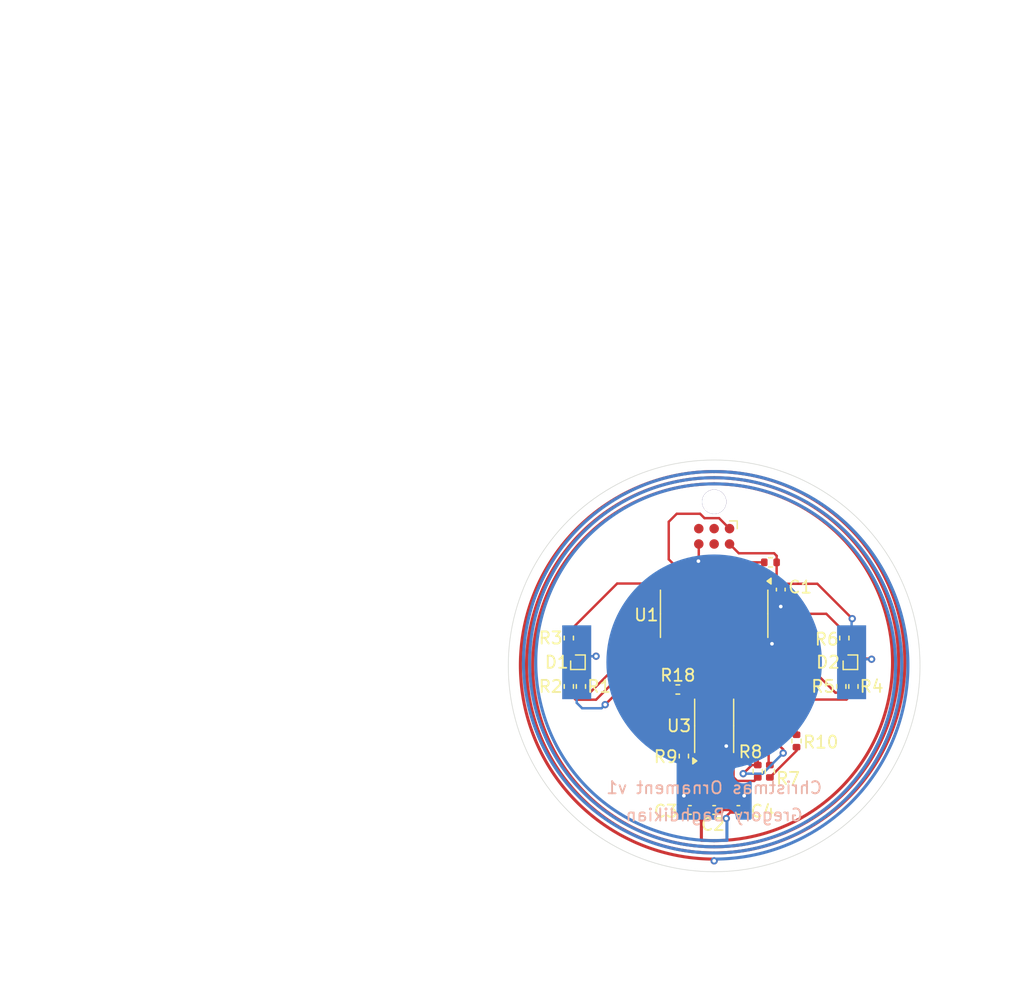
<source format=kicad_pcb>
(kicad_pcb (version 20240108) (generator "pcbnew") (generator_version "8.0")
  (layers (0 "F.Cu" signal) (31 "B.Cu" signal) (34 "B.Paste" user) (35 "F.Paste" user) (36 "B.SilkS" user "B.Silkscreen") (37 "F.SilkS" user "F.Silkscreen") (38 "B.Mask" user) (39 "F.Mask" user) (44 "Edge.Cuts" user))
  (net 0 "")
  (net 1 "Net-(U3-AC1)")
  (net 2 "Net-(U3-AC0)")
  (net 3 "+BATT")
  (net 4 "GND")
  (net 5 "Net-(D1-BK)")
  (net 6 "Net-(D1-RK)")
  (net 7 "Net-(D1-GK)")
  (net 8 "Net-(D2-BK)")
  (net 9 "Net-(D2-RK)")
  (net 10 "Net-(D2-GK)")
  (net 11 "Net-(U1-PB2)")
  (net 12 "Net-(U1-PB1)")
  (net 13 "Net-(U1-PB0)")
  (net 14 "Net-(U1-PA3)")
  (net 15 "Net-(U1-PA4)")
  (net 16 "Net-(U1-PA5)")
  (net 17 "/I2C_SDA")
  (net 18 "Net-(R10-Pad2)")
  (net 19 "/I2C_SCL")
  (net 20 "/V_EH")
  (net 21 "/MCU_I2C_PU")
  (net 22 "/NFC_INT")
  (net 23 "Net-(U3-VCC)")
  (net 27 "/UPDI")
  (footprint "Package_SO:SOIC-14_3.9x8.7mm_P1.27mm" (layer "F.Cu") (at 100 96 -90)
    (property "Reference" "U1" (at 0.1 5.6 180) (layer "F.SilkS"))
    (property "Value" "ATtiny404-SS")
    (fp_line (start 0 4.435) (end -1.95 4.435) (stroke (width 0.12)) (layer "F.SilkS"))
    (fp_line (start 0 4.435) (end 1.95 4.435) (stroke (width 0.12)) (layer "F.SilkS"))
    (fp_line (start 0 -4.435) (end -1.95 -4.435) (stroke (width 0.12)) (layer "F.SilkS"))
    (fp_line (start 0 -4.435) (end 1.95 -4.435) (stroke (width 0.12)) (layer "F.SilkS"))
    (fp_poly (pts (xy -2.7 -4.37) (xy -2.94 -4.7) (xy -2.46 -4.7) (xy -2.7 -4.37)) (stroke (width 0.12)) (fill solid) (layer "F.SilkS"))
    (pad "1" smd roundrect (at -2.475 -3.81 270) (size 1.95 0.6) (layers "F.Cu" "F.Paste" "F.Mask") (net 3 "+BATT"))
    (pad "2" smd roundrect (at -2.475 -2.54 270) (size 1.95 0.6) (layers "F.Cu" "F.Paste" "F.Mask") (net 15 "Net-(U1-PA4)"))
    (pad "3" smd roundrect (at -2.475 -1.27 270) (size 1.95 0.6) (layers "F.Cu" "F.Paste" "F.Mask") (net 16 "Net-(U1-PA5)"))
    (pad "4" smd roundrect (at -2.475 0 270) (size 1.95 0.6) (layers "F.Cu" "F.Paste" "F.Mask") (net 21 "/MCU_I2C_PU"))
    (pad "5" smd roundrect (at -2.475 1.27 270) (size 1.95 0.6) (layers "F.Cu" "F.Paste" "F.Mask") (net 22 "/NFC_INT"))
    (pad "6" smd roundrect (at -2.475 2.54 270) (size 1.95 0.6) (layers "F.Cu" "F.Paste" "F.Mask"))
    (pad "7" smd roundrect (at -2.475 3.81 270) (size 1.95 0.6) (layers "F.Cu" "F.Paste" "F.Mask") (net 11 "Net-(U1-PB2)"))
    (pad "8" smd roundrect (at 2.475 3.81 270) (size 1.95 0.6) (layers "F.Cu" "F.Paste" "F.Mask") (net 12 "Net-(U1-PB1)"))
    (pad "9" smd roundrect (at 2.475 2.54 270) (size 1.95 0.6) (layers "F.Cu" "F.Paste" "F.Mask") (net 13 "Net-(U1-PB0)"))
    (pad "10" smd roundrect (at 2.475 1.27 270) (size 1.95 0.6) (layers "F.Cu" "F.Paste" "F.Mask") (net 27 "/UPDI"))
    (pad "11" smd roundrect (at 2.475 0 270) (size 1.95 0.6) (layers "F.Cu" "F.Paste" "F.Mask") (net 17 "/I2C_SDA"))
    (pad "12" smd roundrect (at 2.475 -1.27 270) (size 1.95 0.6) (layers "F.Cu" "F.Paste" "F.Mask") (net 19 "/I2C_SCL"))
    (pad "13" smd roundrect (at 2.475 -2.54 270) (size 1.95 0.6) (layers "F.Cu" "F.Paste" "F.Mask") (net 14 "Net-(U1-PA3)"))
    (pad "14" smd roundrect (at 2.475 -3.81 270) (size 1.95 0.6) (layers "F.Cu" "F.Paste" "F.Mask") (net 4 "GND"))
  )
  (footprint "Resistor_SMD:R_0402_1005Metric" (layer "F.Cu") (at 97 102.25)
    (property "Reference" "R18" (at 0 -1.17 0) (layer "F.SilkS"))
    (property "Value" "0")
    (fp_line (start -0.153641 -0.38) (end 0.153641 -0.38) (stroke (width 0.12)) (layer "F.SilkS"))
    (fp_line (start -0.153641 0.38) (end 0.153641 0.38) (stroke (width 0.12)) (layer "F.SilkS"))
    (pad "1" smd roundrect (at -0.51 0) (size 0.54 0.64) (layers "F.Cu" "F.Paste" "F.Mask") (net 3 "+BATT"))
    (pad "2" smd roundrect (at 0.51 0) (size 0.54 0.64) (layers "F.Cu" "F.Paste" "F.Mask") (net 23 "Net-(U3-VCC)"))
  )
  (footprint "Resistor_SMD:R_0402_1005Metric" (layer "F.Cu") (at 110.75 98 90)
    (property "Reference" "R6" (at -0.1 -1.45 180) (layer "F.SilkS"))
    (property "Value" "100")
    (fp_line (start -0.153641 -0.38) (end 0.153641 -0.38) (stroke (width 0.12)) (layer "F.SilkS"))
    (fp_line (start -0.153641 0.38) (end 0.153641 0.38) (stroke (width 0.12)) (layer "F.SilkS"))
    (pad "1" smd roundrect (at -0.51 0 90) (size 0.54 0.64) (layers "F.Cu" "F.Paste" "F.Mask") (net 8 "Net-(D2-BK)"))
    (pad "2" smd roundrect (at 0.51 0 90) (size 0.54 0.64) (layers "F.Cu" "F.Paste" "F.Mask") (net 15 "Net-(U1-PA4)"))
  )
  (footprint "christmas_ornament:UHD1110-FKA-CL1A13R3Q1BBQFMF3" (layer "F.Cu") (at 111.25 100)
    (property "Reference" "D2" (at -1.85 0 0) (layer "F.SilkS"))
    (property "Value" "UHD1110-FKA-CL1A13R3Q1BBQFMF3")
    (fp_line (start -0.6 0.6) (end -0.6 -0.1) (stroke (width 0.12)) (layer "F.SilkS"))
    (fp_line (start 0.6 -0.6) (end -0.2 -0.6) (stroke (width 0.12)) (layer "F.SilkS"))
    (fp_line (start 0.6 -0.6) (end 0.6 0.6) (stroke (width 0.12)) (layer "F.SilkS"))
    (fp_line (start 0.6 0.6) (end -0.6 0.6) (stroke (width 0.12)) (layer "F.SilkS"))
    (pad "1" smd roundrect (at -0.3 -0.3 180) (size 0.4 0.4) (layers "F.Cu" "F.Paste" "F.Mask") (roundrect_rratio 0.1) (net 8 "Net-(D2-BK)"))
    (pad "2" smd roundrect (at -0.3 0.3 180) (size 0.4 0.4) (layers "F.Cu" "F.Paste" "F.Mask") (roundrect_rratio 0.1) (net 10 "Net-(D2-GK)"))
    (pad "3" smd roundrect (at 0.3 0.3 180) (size 0.4 0.4) (layers "F.Cu" "F.Paste" "F.Mask") (roundrect_rratio 0.1) (net 9 "Net-(D2-RK)"))
    (pad "4" smd roundrect (at 0.3 -0.3 180) (size 0.4 0.4) (layers "F.Cu" "F.Paste" "F.Mask") (roundrect_rratio 0.1) (net 3 "+BATT"))
  )
  (footprint "Package_SO:TSSOP-8_4.4x3mm_P0.65mm" (layer "F.Cu") (at 100 105.25 90)
    (property "Reference" "U3" (at 0 -2.9 180) (layer "F.SilkS"))
    (property "Value" "ST25DV04K-IER8C3")
    (fp_line (start 0 -1.61) (end 2.2 -1.61) (stroke (width 0.12)) (layer "F.SilkS"))
    (fp_line (start 0 -1.61) (end -2.2 -1.61) (stroke (width 0.12)) (layer "F.SilkS"))
    (fp_line (start 0 1.61) (end 2.2 1.61) (stroke (width 0.12)) (layer "F.SilkS"))
    (fp_line (start 0 1.61) (end -2.2 1.61) (stroke (width 0.12)) (layer "F.SilkS"))
    (fp_poly (pts (xy -2.9 -1.435) (xy -3.14 -1.765) (xy -2.66 -1.765) (xy -2.9 -1.435)) (stroke (width 0.12)) (fill solid) (layer "F.SilkS"))
    (pad "1" smd roundrect (at -2.8625 -0.975 90) (size 1.475 0.4) (layers "F.Cu" "F.Paste" "F.Mask") (net 20 "/V_EH"))
    (pad "2" smd roundrect (at -2.8625 -0.325 90) (size 1.475 0.4) (layers "F.Cu" "F.Paste" "F.Mask") (net 2 "Net-(U3-AC0)"))
    (pad "3" smd roundrect (at -2.8625 0.325 90) (size 1.475 0.4) (layers "F.Cu" "F.Paste" "F.Mask") (net 1 "Net-(U3-AC1)"))
    (pad "4" smd roundrect (at -2.8625 0.975 90) (size 1.475 0.4) (layers "F.Cu" "F.Paste" "F.Mask") (net 4 "GND"))
    (pad "5" smd roundrect (at 2.8625 0.975 90) (size 1.475 0.4) (layers "F.Cu" "F.Paste" "F.Mask") (net 17 "/I2C_SDA"))
    (pad "6" smd roundrect (at 2.8625 0.325 90) (size 1.475 0.4) (layers "F.Cu" "F.Paste" "F.Mask") (net 19 "/I2C_SCL"))
    (pad "7" smd roundrect (at 2.8625 -0.325 90) (size 1.475 0.4) (layers "F.Cu" "F.Paste" "F.Mask") (net 22 "/NFC_INT"))
    (pad "8" smd roundrect (at 2.8625 -0.975 90) (size 1.475 0.4) (layers "F.Cu" "F.Paste" "F.Mask") (net 23 "Net-(U3-VCC)"))
  )
  (footprint "Resistor_SMD:R_0402_1005Metric" (layer "F.Cu") (at 110.5 102 -90)
    (property "Reference" "R5" (at 0 1.5 180) (layer "F.SilkS"))
    (property "Value" "100")
    (fp_line (start -0.153641 0.38) (end 0.153641 0.38) (stroke (width 0.12)) (layer "F.SilkS"))
    (fp_line (start -0.153641 -0.38) (end 0.153641 -0.38) (stroke (width 0.12)) (layer "F.SilkS"))
    (pad "1" smd roundrect (at -0.51 0 270) (size 0.54 0.64) (layers "F.Cu" "F.Paste" "F.Mask") (net 10 "Net-(D2-GK)"))
    (pad "2" smd roundrect (at 0.51 0 270) (size 0.54 0.64) (layers "F.Cu" "F.Paste" "F.Mask") (net 16 "Net-(U1-PA5)"))
  )
  (footprint "Resistor_SMD:R_0402_1005Metric" (layer "F.Cu") (at 111.5 102 -90)
    (property "Reference" "R4" (at 0 -1.5 180) (layer "F.SilkS"))
    (property "Value" "1.1k")
    (fp_line (start -0.153641 0.38) (end 0.153641 0.38) (stroke (width 0.12)) (layer "F.SilkS"))
    (fp_line (start -0.153641 -0.38) (end 0.153641 -0.38) (stroke (width 0.12)) (layer "F.SilkS"))
    (pad "1" smd roundrect (at -0.51 0 270) (size 0.54 0.64) (layers "F.Cu" "F.Paste" "F.Mask") (net 9 "Net-(D2-RK)"))
    (pad "2" smd roundrect (at 0.51 0 270) (size 0.54 0.64) (layers "F.Cu" "F.Paste" "F.Mask") (net 14 "Net-(U1-PA3)"))
  )
  (footprint "Resistor_SMD:R_0402_1005Metric" (layer "F.Cu") (at 89 102 -90)
    (property "Reference" "R1" (at 0 -1.5 180) (layer "F.SilkS"))
    (property "Value" "1.1k")
    (fp_line (start -0.153641 0.38) (end 0.153641 0.38) (stroke (width 0.12)) (layer "F.SilkS"))
    (fp_line (start -0.153641 -0.38) (end 0.153641 -0.38) (stroke (width 0.12)) (layer "F.SilkS"))
    (pad "1" smd roundrect (at -0.51 0 270) (size 0.54 0.64) (layers "F.Cu" "F.Paste" "F.Mask") (net 6 "Net-(D1-RK)"))
    (pad "2" smd roundrect (at 0.51 0 270) (size 0.54 0.64) (layers "F.Cu" "F.Paste" "F.Mask") (net 12 "Net-(U1-PB1)"))
  )
  (footprint "Resistor_SMD:R_0402_1005Metric" (layer "F.Cu") (at 103.6 109 90)
    (property "Reference" "R8" (at 1.6 -0.6 180) (layer "F.SilkS"))
    (property "Value" "20k")
    (fp_line (start -0.153641 -0.38) (end 0.153641 -0.38) (stroke (width 0.12)) (layer "F.SilkS"))
    (fp_line (start -0.153641 0.38) (end 0.153641 0.38) (stroke (width 0.12)) (layer "F.SilkS"))
    (pad "1" smd roundrect (at -0.51 0 90) (size 0.54 0.64) (layers "F.Cu" "F.Paste" "F.Mask") (net 18 "Net-(R10-Pad2)"))
    (pad "2" smd roundrect (at 0.51 0 90) (size 0.54 0.64) (layers "F.Cu" "F.Paste" "F.Mask") (net 19 "/I2C_SCL"))
  )
  (footprint "Resistor_SMD:R_0402_1005Metric" (layer "F.Cu") (at 104.65 91.75 180)
    (property "Reference" "R11" (hide yes))
    (property "Value" "100k")
    (fp_line (start -0.153641 0.38) (end 0.153641 0.38) (stroke (width 0.12)) (layer "F.SilkS"))
    (fp_line (start -0.153641 -0.38) (end 0.153641 -0.38) (stroke (width 0.12)) (layer "F.SilkS"))
    (pad "1" smd roundrect (at -0.51 0 180) (size 0.54 0.64) (layers "F.Cu" "F.Paste" "F.Mask") (net 3 "+BATT"))
    (pad "2" smd roundrect (at 0.51 0 180) (size 0.54 0.64) (layers "F.Cu" "F.Paste" "F.Mask") (net 22 "/NFC_INT"))
  )
  (footprint "Capacitor_SMD:C_0402_1005Metric" (layer "F.Cu") (at 105.5 94 -90)
    (property "Reference" "C1" (at -0.2 -1.6 180) (layer "F.SilkS"))
    (property "Value" "0.1u")
    (fp_line (start -0.107836 0.36) (end 0.107836 0.36) (stroke (width 0.12)) (layer "F.SilkS"))
    (fp_line (start -0.107836 -0.36) (end 0.107836 -0.36) (stroke (width 0.12)) (layer "F.SilkS"))
    (pad "1" smd roundrect (at -0.48 0 270) (size 0.56 0.62) (layers "F.Cu" "F.Paste" "F.Mask") (net 3 "+BATT"))
    (pad "2" smd roundrect (at 0.48 0 270) (size 0.56 0.62) (layers "F.Cu" "F.Paste" "F.Mask") (net 4 "GND"))
  )
  (footprint "Capacitor_SMD:C_0402_1005Metric" (layer "F.Cu") (at 102 112.2)
    (property "Reference" "C4" (at 2 0.1 0) (layer "F.SilkS"))
    (property "Value" "0u")
    (fp_line (start -0.107836 -0.36) (end 0.107836 -0.36) (stroke (width 0.12)) (layer "F.SilkS"))
    (fp_line (start -0.107836 0.36) (end 0.107836 0.36) (stroke (width 0.12)) (layer "F.SilkS"))
    (pad "1" smd roundrect (at -0.48 0) (size 0.56 0.62) (layers "F.Cu" "F.Paste" "F.Mask") (net 1 "Net-(U3-AC1)"))
    (pad "2" smd roundrect (at 0.48 0) (size 0.56 0.62) (layers "F.Cu" "F.Paste" "F.Mask") (net 4 "GND"))
  )
  (footprint "Resistor_SMD:R_0402_1005Metric" (layer "F.Cu") (at 104.6 109 90)
    (property "Reference" "R7" (at -0.6 1.5 180) (layer "F.SilkS"))
    (property "Value" "20k")
    (fp_line (start -0.153641 -0.38) (end 0.153641 -0.38) (stroke (width 0.12)) (layer "F.SilkS"))
    (fp_line (start -0.153641 0.38) (end 0.153641 0.38) (stroke (width 0.12)) (layer "F.SilkS"))
    (pad "1" smd roundrect (at -0.51 0 90) (size 0.54 0.64) (layers "F.Cu" "F.Paste" "F.Mask") (net 18 "Net-(R10-Pad2)"))
    (pad "2" smd roundrect (at 0.51 0 90) (size 0.54 0.64) (layers "F.Cu" "F.Paste" "F.Mask") (net 17 "/I2C_SDA"))
  )
  (footprint "Connector:Tag-Connect_TC2030-IDC-NL_2x03_P1.27mm_Vertical" (layer "F.Cu") (at 100 89.6 180)
    (property "Reference" "J1" (at 0 2.7 360) (layer "F.SilkS"))
    (property "Value" "AVR-UPDI-6")
    (fp_line (start -1.27 1.27) (end -1.905 1.27) (stroke (width 0.12)) (layer "F.SilkS"))
    (fp_line (start -1.905 1.27) (end -1.905 0.635) (stroke (width 0.12)) (layer "F.SilkS"))
    (pad "" np_thru_hole circle (at -2.54 0 180) (size 0.9906 0.9906) (drill 0.9906) (layers "*.Cu" "*.Mask"))
    (pad "" np_thru_hole circle (at 2.54 -1.016 180) (size 0.9906 0.9906) (drill 0.9906) (layers "*.Cu" "*.Mask"))
    (pad "" np_thru_hole circle (at 2.54 1.016 180) (size 0.9906 0.9906) (drill 0.9906) (layers "*.Cu" "*.Mask"))
    (pad "1" connect circle (at -1.27 0.635 180) (size 0.7874 0.7874) (layers "F.Cu" "F.Mask") (net 27 "/UPDI"))
    (pad "2" connect circle (at -1.27 -0.635 180) (size 0.7874 0.7874) (layers "F.Cu" "F.Mask") (net 3 "+BATT"))
    (pad "3" connect circle (at 0 0.635 180) (size 0.7874 0.7874) (layers "F.Cu" "F.Mask"))
    (pad "4" connect circle (at 0 -0.635 180) (size 0.7874 0.7874) (layers "F.Cu" "F.Mask"))
    (pad "5" connect circle (at 1.27 0.635 180) (size 0.7874 0.7874) (layers "F.Cu" "F.Mask"))
    (pad "6" connect circle (at 1.27 -0.635 180) (size 0.7874 0.7874) (layers "F.Cu" "F.Mask") (net 4 "GND"))
    (zone (net 0) (net_name "") (layer "F.Cu") (connect_pads (clearance 0)) (min_thickness 0.254)
      (keepout (tracks allowed) (vias not_allowed) (pads allowed) (copperpour not_allowed) (footprints not_allowed))
      (fill (thermal_gap 0.508) (thermal_bridge_width 0.508))
      (polygon (pts (xy 98.73 90.235) (xy 101.27 90.235) (xy 101.27 88.965) (xy 98.73 88.965)))
    )
  )
  (footprint "Resistor_SMD:R_0402_1005Metric" (layer "F.Cu") (at 88 98 90)
    (property "Reference" "R3" (at 0 -1.5 180) (layer "F.SilkS"))
    (property "Value" "100")
    (fp_line (start -0.153641 -0.38) (end 0.153641 -0.38) (stroke (width 0.12)) (layer "F.SilkS"))
    (fp_line (start -0.153641 0.38) (end 0.153641 0.38) (stroke (width 0.12)) (layer "F.SilkS"))
    (pad "1" smd roundrect (at -0.51 0 90) (size 0.54 0.64) (layers "F.Cu" "F.Paste" "F.Mask") (net 5 "Net-(D1-BK)"))
    (pad "2" smd roundrect (at 0.51 0 90) (size 0.54 0.64) (layers "F.Cu" "F.Paste" "F.Mask") (net 11 "Net-(U1-PB2)"))
  )
  (footprint "Capacitor_SMD:C_0402_1005Metric" (layer "F.Cu") (at 100 112.2)
    (property "Reference" "C2" (at -0.1 1.2 0) (layer "F.SilkS"))
    (property "Value" "0u")
    (fp_line (start -0.107836 -0.36) (end 0.107836 -0.36) (stroke (width 0.12)) (layer "F.SilkS"))
    (fp_line (start -0.107836 0.36) (end 0.107836 0.36) (stroke (width 0.12)) (layer "F.SilkS"))
    (pad "1" smd roundrect (at -0.48 0) (size 0.56 0.62) (layers "F.Cu" "F.Paste" "F.Mask") (net 2 "Net-(U3-AC0)"))
    (pad "2" smd roundrect (at 0.48 0) (size 0.56 0.62) (layers "F.Cu" "F.Paste" "F.Mask") (net 1 "Net-(U3-AC1)"))
  )
  (footprint "Resistor_SMD:R_0402_1005Metric" (layer "F.Cu") (at 97.5 107.75 90)
    (property "Reference" "R9" (at -0.05 -1.5 180) (layer "F.SilkS"))
    (property "Value" "0")
    (fp_line (start -0.153641 -0.38) (end 0.153641 -0.38) (stroke (width 0.12)) (layer "F.SilkS"))
    (fp_line (start -0.153641 0.38) (end 0.153641 0.38) (stroke (width 0.12)) (layer "F.SilkS"))
    (pad "1" smd roundrect (at -0.51 0 90) (size 0.54 0.64) (layers "F.Cu" "F.Paste" "F.Mask") (net 20 "/V_EH"))
    (pad "2" smd roundrect (at 0.51 0 90) (size 0.54 0.64) (layers "F.Cu" "F.Paste" "F.Mask") (net 18 "Net-(R10-Pad2)"))
  )
  (footprint "Resistor_SMD:R_0402_1005Metric" (layer "F.Cu") (at 88 102 -90)
    (property "Reference" "R2" (at 0 1.5 180) (layer "F.SilkS"))
    (property "Value" "100")
    (fp_line (start -0.153641 0.38) (end 0.153641 0.38) (stroke (width 0.12)) (layer "F.SilkS"))
    (fp_line (start -0.153641 -0.38) (end 0.153641 -0.38) (stroke (width 0.12)) (layer "F.SilkS"))
    (pad "1" smd roundrect (at -0.51 0 270) (size 0.54 0.64) (layers "F.Cu" "F.Paste" "F.Mask") (net 7 "Net-(D1-GK)"))
    (pad "2" smd roundrect (at 0.51 0 270) (size 0.54 0.64) (layers "F.Cu" "F.Paste" "F.Mask") (net 13 "Net-(U1-PB0)"))
  )
  (footprint "christmas_ornament:NFC_coil" (layer "F.Cu") (at 100 100 -90)
    (property "Reference" "AE1" (hide yes))
    (property "Value" "Antenna_Loop")
    (fp_line (start 14.73 0) (end 14.7 1.054) (stroke (width 0.254)) (layer "F.Cu"))
    (fp_line (start 16.254 0) (end 16.5 0) (stroke (width 0.254)) (layer "F.Cu"))
    (fp_arc (start -15.746 0) (mid 0 -15.746) (end 15.746 0) (stroke (width 0.254)) (layer "F.Cu"))
    (fp_arc (start -15.238 0) (mid 0 -15.238) (end 15.238 0) (stroke (width 0.254)) (layer "F.Cu"))
    (fp_arc (start -14.73 0) (mid 0 -14.73) (end 14.73 0) (stroke (width 0.254)) (layer "F.Cu"))
    (fp_arc (start 15.238 0) (mid 0.254 14.984) (end -14.73 0) (stroke (width 0.254)) (layer "F.Cu"))
    (fp_arc (start 15.746 0) (mid 0.254 15.492) (end -15.238 0) (stroke (width 0.254)) (layer "F.Cu"))
    (fp_arc (start 16.254 0) (mid 0.254 16) (end -15.746 0) (stroke (width 0.254)) (layer "F.Cu"))
    (fp_line (start 14.73 0) (end 14.7 -1.054) (stroke (width 0.254)) (layer "B.Cu"))
    (fp_line (start 16.254 0) (end 16.5 0) (stroke (width 0.254)) (layer "B.Cu"))
    (fp_arc (start -15.746 0) (mid 0.254 -16) (end 16.254 0) (stroke (width 0.254)) (layer "B.Cu"))
    (fp_arc (start -15.238 0) (mid 0.254 -15.492) (end 15.746 0) (stroke (width 0.254)) (layer "B.Cu"))
    (fp_arc (start -14.73 0) (mid 0.254 -14.984) (end 15.238 0) (stroke (width 0.254)) (layer "B.Cu"))
    (fp_arc (start 14.73 0) (mid 0 14.73) (end -14.73 0) (stroke (width 0.254)) (layer "B.Cu"))
    (fp_arc (start 15.238 0) (mid 0 15.238) (end -15.238 0) (stroke (width 0.254)) (layer "B.Cu"))
    (fp_arc (start 15.746 0) (mid 0 15.746) (end -15.746 0) (stroke (width 0.254)) (layer "B.Cu"))
    (pad "" thru_hole circle (at 16.4 0 90) (size 0.6 0.6) (drill 0.3) (layers "*.Cu"))
    (pad "1" smd roundrect (at 13.8 1.054 90) (size 2.032 0.254) (layers "F.Cu") (net 2 "Net-(U3-AC0)"))
    (pad "2" smd roundrect (at 13.8 -1.054 90) (size 2.032 0.254) (layers "B.Cu") (net 1 "Net-(U3-AC1)"))
  )
  (footprint "Resistor_SMD:R_0402_1005Metric" (layer "F.Cu") (at 106.8 106.5 -90)
    (property "Reference" "R10" (at 0.1 -2 180) (layer "F.SilkS"))
    (property "Value" "0")
    (fp_line (start -0.153641 0.38) (end 0.153641 0.38) (stroke (width 0.12)) (layer "F.SilkS"))
    (fp_line (start -0.153641 -0.38) (end 0.153641 -0.38) (stroke (width 0.12)) (layer "F.SilkS"))
    (pad "1" smd roundrect (at -0.51 0 270) (size 0.54 0.64) (layers "F.Cu" "F.Paste" "F.Mask") (net 21 "/MCU_I2C_PU"))
    (pad "2" smd roundrect (at 0.51 0 270) (size 0.54 0.64) (layers "F.Cu" "F.Paste" "F.Mask") (net 18 "Net-(R10-Pad2)"))
  )
  (footprint "christmas_ornament:UHD1110-FKA-CL1A13R3Q1BBQFMF3" (layer "F.Cu") (at 88.75 100)
    (property "Reference" "D1" (at -1.75 0 0) (layer "F.SilkS"))
    (property "Value" "UHD1110-FKA-CL1A13R3Q1BBQFMF3")
    (fp_line (start -0.6 0.6) (end -0.6 -0.1) (stroke (width 0.12)) (layer "F.SilkS"))
    (fp_line (start 0.6 -0.6) (end -0.2 -0.6) (stroke (width 0.12)) (layer "F.SilkS"))
    (fp_line (start 0.6 -0.6) (end 0.6 0.6) (stroke (width 0.12)) (layer "F.SilkS"))
    (fp_line (start 0.6 0.6) (end -0.6 0.6) (stroke (width 0.12)) (layer "F.SilkS"))
    (pad "1" smd roundrect (at -0.3 -0.3 180) (size 0.4 0.4) (layers "F.Cu" "F.Paste" "F.Mask") (roundrect_rratio 0.1) (net 5 "Net-(D1-BK)"))
    (pad "2" smd roundrect (at -0.3 0.3 180) (size 0.4 0.4) (layers "F.Cu" "F.Paste" "F.Mask") (roundrect_rratio 0.1) (net 7 "Net-(D1-GK)"))
    (pad "3" smd roundrect (at 0.3 0.3 180) (size 0.4 0.4) (layers "F.Cu" "F.Paste" "F.Mask") (roundrect_rratio 0.1) (net 6 "Net-(D1-RK)"))
    (pad "4" smd roundrect (at 0.3 -0.3 180) (size 0.4 0.4) (layers "F.Cu" "F.Paste" "F.Mask") (roundrect_rratio 0.1) (net 3 "+BATT"))
  )
  (footprint "Capacitor_SMD:C_0402_1005Metric" (layer "F.Cu") (at 98 112.2)
    (property "Reference" "C3" (at -2 0.1 0) (layer "F.SilkS"))
    (property "Value" "0u")
    (fp_line (start -0.107836 -0.36) (end 0.107836 -0.36) (stroke (width 0.12)) (layer "F.SilkS"))
    (fp_line (start -0.107836 0.36) (end 0.107836 0.36) (stroke (width 0.12)) (layer "F.SilkS"))
    (pad "1" smd roundrect (at -0.48 0) (size 0.56 0.62) (layers "F.Cu" "F.Paste" "F.Mask") (net 4 "GND"))
    (pad "2" smd roundrect (at 0.48 0) (size 0.56 0.62) (layers "F.Cu" "F.Paste" "F.Mask") (net 2 "Net-(U3-AC0)"))
  )
  (footprint "christmas_ornament:BH-67D-5" (layer "B.Cu") (at 100 100 180)
    (property "Reference" "BT1" (hide yes))
    (property "Value" "Battery_Cell")
    (pad "1" smd rect (at -11.35 0 180) (size 2.4 6.1) (layers "B.Cu" "B.Paste" "B.Mask") (net 3 "+BATT"))
    (pad "1" smd rect (at 11.35 0 180) (size 2.4 6.1) (layers "B.Cu" "B.Paste" "B.Mask") (net 3 "+BATT"))
    (pad "2" smd circle (at 0 0 180) (size 17.8 17.8) (layers "B.Cu" "B.Mask") (net 4 "GND"))
  )
  (gr_circle (center 100 100.3) (end 117 100.3) (stroke (width 0.05)) (fill none) (layer "Edge.Cuts"))
  (gr_text "Gregory Baghdikian" (at 100 113.2 0) (layer "B.SilkS") (effects (font (size 1 1)) (justify bottom mirror)))
  (gr_text "Christmas Ornament v1" (at 100 110.95 0) (layer "B.SilkS") (effects (font (size 1 1)) (justify bottom mirror)))
  (via (at 100 86.75) (size 2.01) (drill 2) (layers "F.Cu" "B.Cu") (net 0))
  (segment (start 101.52 112.2) (end 100.48 112.2) (width 0.2) (layer "F.Cu") (net 1))
  (segment (start 101 112.72) (end 101.52 112.2) (width 0.2) (layer "F.Cu") (net 1))
  (segment (start 100.325 112.345) (end 100.325 108.1125) (width 0.2) (layer "F.Cu") (net 1))
  (segment (start 100.48 112.2) (end 100.325 112.045) (width 0.2) (layer "F.Cu") (net 1))
  (segment (start 101 112.9) (end 101 112.72) (width 0.2) (layer "F.Cu") (net 1))
  (via (at 101 112.9) (size 0.6) (drill 0.3) (layers "F.Cu" "B.Cu") (net 1))
  (segment (start 101.054 112.954) (end 101 112.9) (width 0.2) (layer "B.Cu") (net 1))
  (segment (start 101.054 113.8) (end 101.054 112.954) (width 0.2) (layer "B.Cu") (net 1))
  (segment (start 99.52 112.2) (end 99.675 112.045) (width 0.2) (layer "F.Cu") (net 2))
  (segment (start 98.48 112.2) (end 99.52 112.2) (width 0.2) (layer "F.Cu") (net 2))
  (segment (start 98.946 112.666) (end 98.48 112.2) (width 0.2) (layer "F.Cu") (net 2))
  (segment (start 99.675 112.345) (end 99.675 108.1125) (width 0.2) (layer "F.Cu") (net 2))
  (segment (start 98.946 113.8) (end 98.946 112.666) (width 0.2) (layer "F.Cu") (net 2))
  (segment (start 105.5 93.52) (end 103.815 93.52) (width 0.2) (layer "F.Cu") (net 3))
  (segment (start 101.27 90.235) (end 102.035 91) (width 0.2) (layer "F.Cu") (net 3))
  (segment (start 108.52 93.52) (end 111.4 96.4) (width 0.2) (layer "F.Cu") (net 3))
  (segment (start 89.05 99.7) (end 89.25 99.5) (width 0.2) (layer "F.Cu") (net 3))
  (segment (start 105.16 91.21) (end 105.16 91.75) (width 0.2) (layer "F.Cu") (net 3))
  (segment (start 112.95 99.7) (end 113 99.75) (width 0.2) (layer "F.Cu") (net 3))
  (segment (start 89.25 99.5) (end 90.25 99.5) (width 0.2) (layer "F.Cu") (net 3))
  (segment (start 92.25 102.25) (end 91 103.5) (width 0.2) (layer "F.Cu") (net 3))
  (segment (start 102.035 91) (end 104.95 91) (width 0.2) (layer "F.Cu") (net 3))
  (segment (start 96.49 102.25) (end 92.25 102.25) (width 0.2) (layer "F.Cu") (net 3))
  (segment (start 103.815 93.52) (end 103.81 93.525) (width 0.2) (layer "F.Cu") (net 3))
  (segment (start 104.95 91) (end 105.16 91.21) (width 0.2) (layer "F.Cu") (net 3))
  (segment (start 111.55 99.7) (end 112.95 99.7) (width 0.2) (layer "F.Cu") (net 3))
  (segment (start 105.16 91.75) (end 105.16 93.52) (width 0.2) (layer "F.Cu") (net 3))
  (segment (start 105.16 93.52) (end 105.5 93.52) (width 0.2) (layer "F.Cu") (net 3))
  (segment (start 105.5 93.52) (end 108.52 93.52) (width 0.2) (layer "F.Cu") (net 3))
  (via (at 91 103.5) (size 0.6) (drill 0.3) (layers "F.Cu" "B.Cu") (net 3))
  (via (at 113 99.75) (size 0.6) (drill 0.3) (layers "F.Cu" "B.Cu") (net 3))
  (via (at 90.25 99.5) (size 0.6) (drill 0.3) (layers "F.Cu" "B.Cu") (net 3))
  (via (at 111.4 96.4) (size 0.6) (drill 0.3) (layers "F.Cu" "B.Cu") (net 3))
  (segment (start 90.7 103.8) (end 89.1 103.8) (width 0.2) (layer "B.Cu") (net 3))
  (segment (start 113 99.75) (end 111.6 99.75) (width 0.2) (layer "B.Cu") (net 3))
  (segment (start 89.15 99.5) (end 88.65 100) (width 0.2) (layer "B.Cu") (net 3))
  (segment (start 111.35 96.45) (end 111.35 100) (width 0.2) (layer "B.Cu") (net 3))
  (segment (start 88.65 103.35) (end 88.65 100) (width 0.2) (layer "B.Cu") (net 3))
  (segment (start 89.1 103.8) (end 88.65 103.35) (width 0.2) (layer "B.Cu") (net 3))
  (segment (start 91 103.5) (end 90.7 103.8) (width 0.2) (layer "B.Cu") (net 3))
  (segment (start 111.4 96.4) (end 111.35 96.45) (width 0.2) (layer "B.Cu") (net 3))
  (segment (start 111.6 99.75) (end 111.35 100) (width 0.2) (layer "B.Cu") (net 3))
  (segment (start 90.25 99.5) (end 89.15 99.5) (width 0.2) (layer "B.Cu") (net 3))
  (segment (start 98.73 91.62) (end 98.7 91.65) (width 0.2) (layer "F.Cu") (net 4))
  (segment (start 102.48 112.2) (end 102.48 111.02) (width 0.2) (layer "F.Cu") (net 4))
  (segment (start 104.9 98.6) (end 104.775 98.475) (width 0.2) (layer "F.Cu") (net 4))
  (segment (start 103.81 98.475) (end 104.775 98.475) (width 0.2) (layer "F.Cu") (net 4))
  (segment (start 105.5 94.48) (end 105.5 95.4) (width 0.2) (layer "F.Cu") (net 4))
  (segment (start 101 108.1) (end 101 106.92) (width 0.2) (layer "F.Cu") (net 4))
  (segment (start 102.5 111) (end 102.48 111.02) (width 0.2) (layer "F.Cu") (net 4))
  (segment (start 98.7 91.65) (end 98.7 91.58) (width 0.2) (layer "F.Cu") (net 4))
  (segment (start 97.5 112.2) (end 97.5 111.02) (width 0.2) (layer "F.Cu") (net 4))
  (segment (start 98.73 90.235) (end 98.73 91.62) (width 0.2) (layer "F.Cu") (net 4))
  (via (at 101 106.92) (size 0.6) (drill 0.3) (layers "F.Cu" "B.Cu") (net 4))
  (via (at 104.775 98.475) (size 0.6) (drill 0.3) (layers "F.Cu" "B.Cu") (net 4))
  (via (at 102.48 111.02) (size 0.6) (drill 0.3) (layers "F.Cu" "B.Cu") (net 4))
  (via (at 98.7 91.65) (size 0.6) (drill 0.3) (layers "F.Cu" "B.Cu") (net 4))
  (via (at 105.5 95.4) (size 0.6) (drill 0.3) (layers "F.Cu" "B.Cu") (net 4))
  (via (at 97.5 111.02) (size 0.6) (drill 0.3) (layers "F.Cu" "B.Cu") (net 4))
  (segment (start 88 98.51) (end 88 99.25) (width 0.2) (layer "F.Cu") (net 5))
  (segment (start 88 99.25) (end 88.45 99.7) (width 0.2) (layer "F.Cu") (net 5))
  (segment (start 89 101.5) (end 89 100.35) (width 0.2) (layer "F.Cu") (net 6))
  (segment (start 89 100.35) (end 89.05 100.3) (width 0.2) (layer "F.Cu") (net 6))
  (segment (start 88 101.5) (end 88 100.75) (width 0.2) (layer "F.Cu") (net 7))
  (segment (start 88 100.75) (end 88.45 100.3) (width 0.2) (layer "F.Cu") (net 7))
  (segment (start 110.95 98.7) (end 110.95 99.7) (width 0.2) (layer "F.Cu") (net 8))
  (segment (start 110.75 98.51) (end 110.75 98.5) (width 0.2) (layer "F.Cu") (net 8))
  (segment (start 110.75 98.5) (end 110.95 98.7) (width 0.2) (layer "F.Cu") (net 8))
  (segment (start 111.5 100.35) (end 111.55 100.3) (width 0.2) (layer "F.Cu") (net 9))
  (segment (start 111.5 101.49) (end 111.5 100.35) (width 0.2) (layer "F.Cu") (net 9))
  (segment (start 110.5 101) (end 110.95 100.55) (width 0.2) (layer "F.Cu") (net 10))
  (segment (start 110.95 100.55) (end 110.95 100.3) (width 0.2) (layer "F.Cu") (net 10))
  (segment (start 110.5 101.49) (end 110.5 101) (width 0.2) (layer "F.Cu") (net 10))
  (segment (start 91.99 93.5) (end 96.165 93.5) (width 0.2) (layer "F.Cu") (net 11))
  (segment (start 96.165 93.5) (end 96.19 93.525) (width 0.2) (layer "F.Cu") (net 11))
  (segment (start 88 97.49) (end 91.99 93.5) (width 0.2) (layer "F.Cu") (net 11))
  (segment (start 89.74 102.51) (end 93.775 98.475) (width 0.2) (layer "F.Cu") (net 12))
  (segment (start 89 102.51) (end 89.74 102.51) (width 0.2) (layer "F.Cu") (net 12))
  (segment (start 93.775 98.475) (end 96.19 98.475) (width 0.2) (layer "F.Cu") (net 12))
  (segment (start 93.09 100.25) (end 90.25 103.09) (width 0.2) (layer "F.Cu") (net 13))
  (segment (start 88 102.52) (end 88.57 103.09) (width 0.2) (layer "F.Cu") (net 13))
  (segment (start 88.57 103.09) (end 90.25 103.09) (width 0.2) (layer "F.Cu") (net 13))
  (segment (start 97.46 100.04) (end 97.46 98.475) (width 0.2) (layer "F.Cu") (net 13))
  (segment (start 97.25 100.25) (end 97.46 100.04) (width 0.2) (layer "F.Cu") (net 13))
  (segment (start 97.25 100.25) (end 93.09 100.25) (width 0.2) (layer "F.Cu") (net 13))
  (segment (start 110.93 103.08) (end 107.33 103.08) (width 0.2) (layer "F.Cu") (net 14))
  (segment (start 104 99.75) (end 102.840001 99.75) (width 0.2) (layer "F.Cu") (net 14))
  (segment (start 102.840001 99.75) (end 102.54 99.449999) (width 0.2) (layer "F.Cu") (net 14))
  (segment (start 111.5 102.51) (end 110.93 103.08) (width 0.2) (layer "F.Cu") (net 14))
  (segment (start 107.33 103.08) (end 104 99.75) (width 0.2) (layer "F.Cu") (net 14))
  (segment (start 102.54 99.449999) (end 102.54 98.475) (width 0.2) (layer "F.Cu") (net 14))
  (segment (start 102.54 93.525) (end 102.54 94.499999) (width 0.2) (layer "F.Cu") (net 15))
  (segment (start 109.26 96) (end 110.75 97.49) (width 0.2) (layer "F.Cu") (net 15))
  (segment (start 104.040001 96) (end 109.26 96) (width 0.2) (layer "F.Cu") (net 15))
  (segment (start 102.54 94.499999) (end 104.040001 96) (width 0.2) (layer "F.Cu") (net 15))
  (segment (start 110.01 102.51) (end 104 96.5) (width 0.2) (layer "F.Cu") (net 16))
  (segment (start 103.270001 96.5) (end 101.27 94.499999) (width 0.2) (layer "F.Cu") (net 16))
  (segment (start 110.5 102.51) (end 110.01 102.51) (width 0.2) (layer "F.Cu") (net 16))
  (segment (start 101.27 94.499999) (end 101.27 93.525) (width 0.2) (layer "F.Cu") (net 16))
  (segment (start 104 96.5) (end 103.270001 96.5) (width 0.2) (layer "F.Cu") (net 16))
  (segment (start 104.5 105) (end 104.5 108.39) (width 0.2) (layer "F.Cu") (net 17))
  (segment (start 104.5 108.39) (end 104.6 108.49) (width 0.2) (layer "F.Cu") (net 17))
  (segment (start 101 101.106544) (end 100 100.106544) (width 0.2) (layer "F.Cu") (net 17))
  (segment (start 101.8875 102.3875) (end 104.5 105) (width 0.2) (layer "F.Cu") (net 17))
  (segment (start 100.975 102.275) (end 101 102.25) (width 0.2) (layer "F.Cu") (net 17))
  (segment (start 100.975 102.3875) (end 100.975 102.275) (width 0.2) (layer "F.Cu") (net 17))
  (segment (start 101 102.25) (end 101 101.106544) (width 0.2) (layer "F.Cu") (net 17))
  (segment (start 100.975 102.3875) (end 101.8875 102.3875) (width 0.2) (layer "F.Cu") (net 17))
  (segment (start 100 100.106544) (end 100 98.475) (width 0.2) (layer "F.Cu") (net 17))
  (segment (start 100.973496 105.973496) (end 98.776504 105.973496) (width 0.2) (layer "F.Cu") (net 18))
  (segment (start 98.776504 105.973496) (end 97.51 107.24) (width 0.2) (layer "F.Cu") (net 18))
  (segment (start 104.6 109.51) (end 106.8 107.31) (width 0.2) (layer "F.Cu") (net 18))
  (segment (start 101.6 109.5) (end 101.6 106.6) (width 0.2) (layer "F.Cu") (net 18))
  (segment (start 103.6 109.51) (end 103.31 109.8) (width 0.2) (layer "F.Cu") (net 18))
  (segment (start 101.6 106.6) (end 100.973496 105.973496) (width 0.2) (layer "F.Cu") (net 18))
  (segment (start 101.9 109.8) (end 101.6 109.5) (width 0.2) (layer "F.Cu") (net 18))
  (segment (start 103.31 109.8) (end 101.9 109.8) (width 0.2) (layer "F.Cu") (net 18))
  (segment (start 97.51 107.24) (end 97.5 107.24) (width 0.2) (layer "F.Cu") (net 18))
  (segment (start 106.8 107.31) (end 106.8 107.01) (width 0.2) (layer "F.Cu") (net 18))
  (segment (start 103.6 108.49) (end 103.11 108.49) (width 0.2) (layer "F.Cu") (net 19))
  (segment (start 100.325 104.315) (end 103.6 107.59) (width 0.2) (layer "F.Cu") (net 19))
  (segment (start 100.325 102.3875) (end 100.325 104.315) (width 0.2) (layer "F.Cu") (net 19))
  (segment (start 102.6 109) (end 102.4 109.2) (width 0.2) (layer "F.Cu") (net 19))
  (segment (start 105.1 105) (end 105.1 106.6) (width 0.2) (layer "F.Cu") (net 19))
  (segment (start 103.6 107.59) (end 103.6 108.49) (width 0.2) (layer "F.Cu") (net 19))
  (segment (start 101.4 101.3) (end 105.1 105) (width 0.2) (layer "F.Cu") (net 19))
  (segment (start 105.7 107.2) (end 105.7 107.5) (width 0.2) (layer "F.Cu") (net 19))
  (segment (start 101.4 98.605) (end 101.4 101.3) (width 0.2) (layer "F.Cu") (net 19))
  (segment (start 101.27 98.475) (end 101.4 98.605) (width 0.2) (layer "F.Cu") (net 19))
  (segment (start 105.1 106.6) (end 105.7 107.2) (width 0.2) (layer "F.Cu") (net 19))
  (segment (start 103.11 108.49) (end 102.6 109) (width 0.2) (layer "F.Cu") (net 19))
  (via (at 102.4 109.2) (size 0.6) (drill 0.3) (layers "F.Cu" "B.Cu") (net 19))
  (via (at 105.7 107.5) (size 0.6) (drill 0.3) (layers "F.Cu" "B.Cu") (net 19))
  (segment (start 104 109.2) (end 105.7 107.5) (width 0.2) (layer "B.Cu") (net 19))
  (segment (start 102.4 109.2) (end 104 109.2) (width 0.2) (layer "B.Cu") (net 19))
  (segment (start 98.8775 108.26) (end 99.025 108.1125) (width 0.2) (layer "F.Cu") (net 20))
  (segment (start 97.5 108.26) (end 98.8775 108.26) (width 0.2) (layer "F.Cu") (net 20))
  (segment (start 100 95.519448) (end 101.9 97.419448) (width 0.2) (layer "F.Cu") (net 21))
  (segment (start 106.8 105.99) (end 106.8 104.55) (width 0.2) (layer "F.Cu") (net 21))
  (segment (start 106.8 104.55) (end 101.9 99.65) (width 0.2) (layer "F.Cu") (net 21))
  (segment (start 101.9 97.419448) (end 101.9 99.65) (width 0.2) (layer "F.Cu") (net 21))
  (segment (start 100 93.525) (end 100 95.519448) (width 0.2) (layer "F.Cu") (net 21))
  (segment (start 99.85 91.75) (end 98.73 92.87) (width 0.2) (layer "F.Cu") (net 22))
  (segment (start 98.76 93.495) (end 98.73 93.525) (width 0.2) (layer "F.Cu") (net 22))
  (segment (start 99.35 101.325001) (end 99.675 101.650001) (width 0.2) (layer "F.Cu") (net 22))
  (segment (start 98.73 92.87) (end 98.73 93.525) (width 0.2) (layer "F.Cu") (net 22))
  (segment (start 99.675 101.650001) (end 99.675 102.3875) (width 0.2) (layer "F.Cu") (net 22))
  (segment (start 104.14 91.75) (end 99.85 91.75) (width 0.2) (layer "F.Cu") (net 22))
  (segment (start 98.73 93.525) (end 98.73 94.83) (width 0.2) (layer "F.Cu") (net 22))
  (segment (start 98.73 94.83) (end 99.35 95.45) (width 0.2) (layer "F.Cu") (net 22))
  (segment (start 99.35 96.25) (end 99.35 101.325001) (width 0.2) (layer "F.Cu") (net 22))
  (segment (start 99.35 95.45) (end 99.35 96.25) (width 0.2) (layer "F.Cu") (net 22))
  (segment (start 97.51 102.25) (end 98.8875 102.25) (width 0.2) (layer "F.Cu") (net 23))
  (segment (start 98.8875 102.25) (end 99.025 102.3875) (width 0.2) (layer "F.Cu") (net 23))
  (segment (start 96.9113 87.7387) (end 98.8387 87.7387) (width 0.2) (layer "F.Cu") (net 27))
  (segment (start 96.25 91.5) (end 96.25 88.4) (width 0.2) (layer "F.Cu") (net 27))
  (segment (start 98.1 97.845) (end 98.1 92.25) (width 0.2) (layer "F.Cu") (net 27))
  (segment (start 98.8387 87.7387) (end 99.2 88.1) (width 0.2) (layer "F.Cu") (net 27))
  (segment (start 99.2 88.1) (end 100.405 88.1) (width 0.2) (layer "F.Cu") (net 27))
  (segment (start 98.1 92.25) (end 97.85 92) (width 0.2) (layer "F.Cu") (net 27))
  (segment (start 96.25 88.4) (end 96.9113 87.7387) (width 0.2) (layer "F.Cu") (net 27))
  (segment (start 100.405 88.1) (end 101.27 88.965) (width 0.2) (layer "F.Cu") (net 27))
  (segment (start 96.75 92) (end 96.25 91.5) (width 0.2) (layer "F.Cu") (net 27))
  (segment (start 97.85 92) (end 96.75 92) (width 0.2) (layer "F.Cu") (net 27))
  (segment (start 98.73 98.475) (end 98.1 97.845) (width 0.2) (layer "F.Cu") (net 27))
  (zone (net 2) (net_name "Net-(U3-AC0)") (layer "F.Cu") (priority 1) (connect_pads yes (clearance 0.5)) (min_thickness 0.25) (fill yes (thermal_gap 0.5) (thermal_bridge_width 0.5))
    (polygon (pts (xy 98.3 113) (xy 98.4 113.1) (xy 99.5 113.1) (xy 99.6 113) (xy 99.6 112.1) (xy 99.5 112) (xy 98.4 112) (xy 98.3 112.1)))
  )
  (zone (net 4) (net_name "GND") (layer "B.Cu") (connect_pads yes (clearance 0.5)) (min_thickness 0.25) (fill yes (thermal_gap 0.5) (thermal_bridge_width 0.5))
    (polygon (pts (xy 96.9 106.4) (xy 103.1 106.4) (xy 103.1 113) (xy 96.9 113)))
  )
)
</source>
